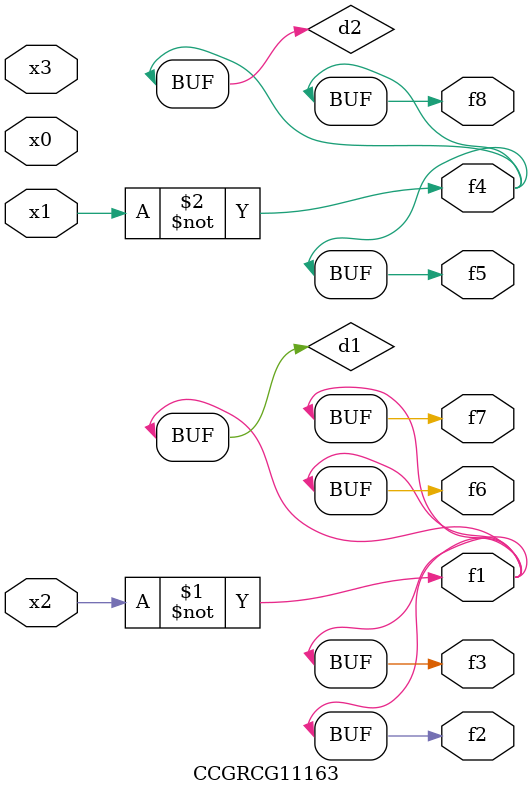
<source format=v>
module CCGRCG11163(
	input x0, x1, x2, x3,
	output f1, f2, f3, f4, f5, f6, f7, f8
);

	wire d1, d2;

	xnor (d1, x2);
	not (d2, x1);
	assign f1 = d1;
	assign f2 = d1;
	assign f3 = d1;
	assign f4 = d2;
	assign f5 = d2;
	assign f6 = d1;
	assign f7 = d1;
	assign f8 = d2;
endmodule

</source>
